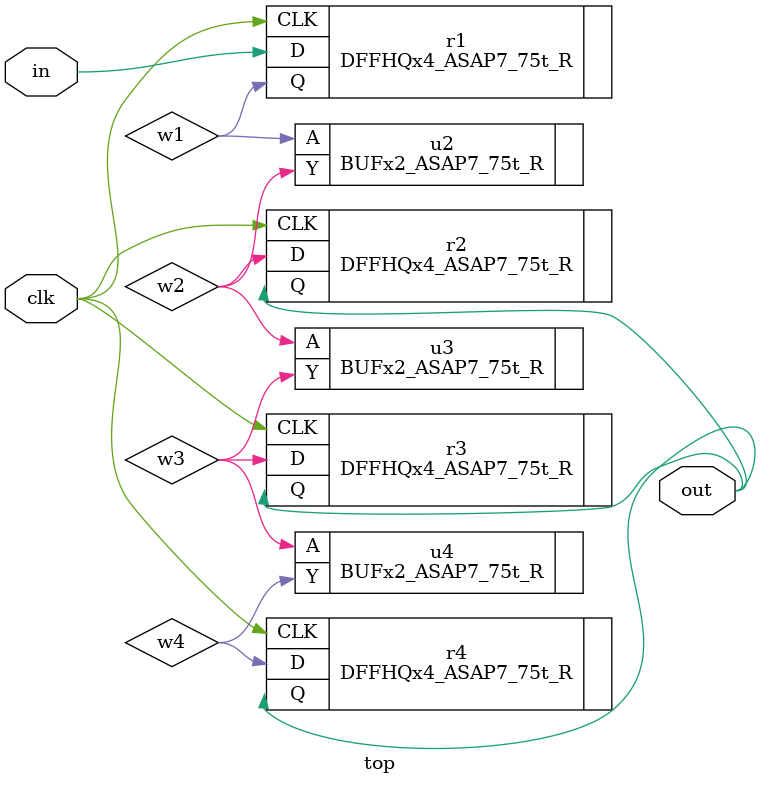
<source format=v>
module top (input in, input clk, output out);

  wire w1, w2, w3, w4;

  DFFHQx4_ASAP7_75t_R r1 (.D(in), .CLK(clk), .Q(w1));

  BUFx2_ASAP7_75t_R u2 (.A(w1), .Y(w2));
  BUFx2_ASAP7_75t_R u3 (.A(w2), .Y(w3));
  BUFx2_ASAP7_75t_R u4 (.A(w3), .Y(w4));
  
  DFFHQx4_ASAP7_75t_R r2 (.D(w2), .CLK(clk), .Q(out));
  DFFHQx4_ASAP7_75t_R r3 (.D(w3), .CLK(clk), .Q(out));
  DFFHQx4_ASAP7_75t_R r4 (.D(w4), .CLK(clk), .Q(out));

endmodule

</source>
